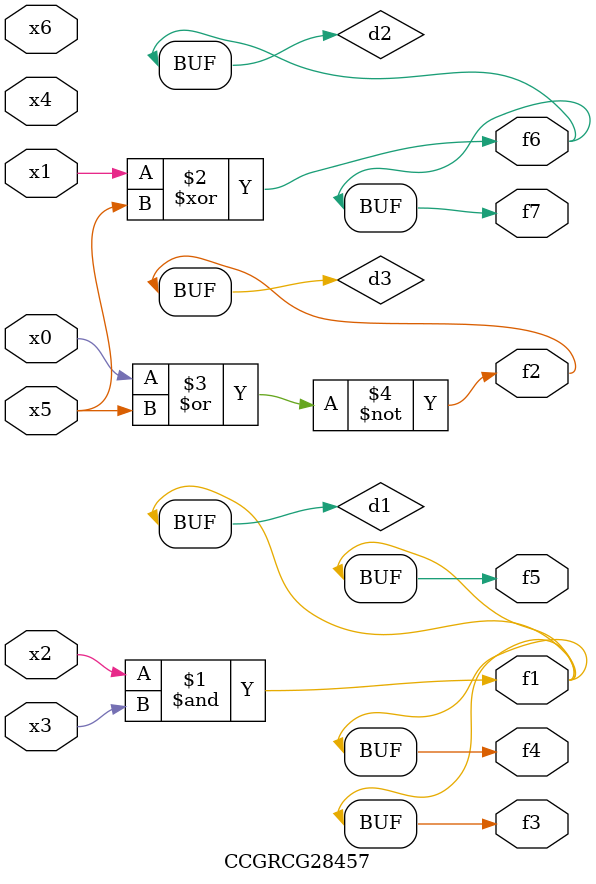
<source format=v>
module CCGRCG28457(
	input x0, x1, x2, x3, x4, x5, x6,
	output f1, f2, f3, f4, f5, f6, f7
);

	wire d1, d2, d3;

	and (d1, x2, x3);
	xor (d2, x1, x5);
	nor (d3, x0, x5);
	assign f1 = d1;
	assign f2 = d3;
	assign f3 = d1;
	assign f4 = d1;
	assign f5 = d1;
	assign f6 = d2;
	assign f7 = d2;
endmodule

</source>
